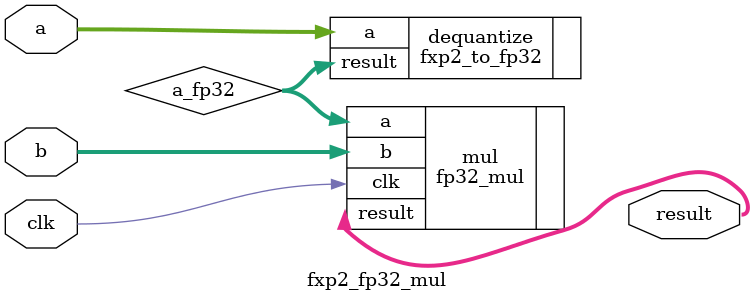
<source format=v>
module fxp2_fp32_mul (
  input clk,
  input [1:0] a,
  input [31:0] b,
  output [31:0] result
);

  wire [31:0] a_fp32;

  fxp2_to_fp32 dequantize (.a(a), .result(a_fp32));
  fp32_mul mul (.clk(clk), .a(a_fp32), .b(b), .result(result));

endmodule


</source>
